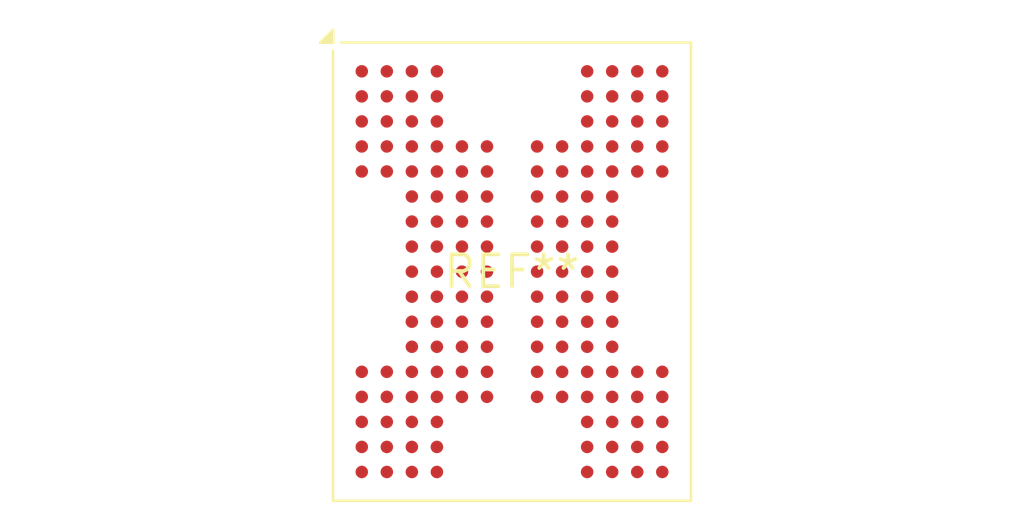
<source format=kicad_pcb>
(kicad_pcb (version 20240108) (generator pcbnew)
  (layers (0 "F.Cu" signal) (31 "B.Cu" signal) (34 "B.Paste" user) (35 "F.Paste" user) (36 "B.SilkS" user "B.Silkscreen") (37 "F.SilkS" user "F.Silkscreen") (38 "B.Mask" user) (39 "F.Mask" user) (44 "Edge.Cuts" user))
  (net 0 "")
  (footprint "BGA-152_14x18mm_Layout13x17_P0.5mm" (layer "F.Cu") (at 0 0)
    (property "Reference" "REF**")
    (property "Value" "BGA-152_14x18mm_Layout13x17_P0.5mm")
    (fp_line (start -7.15 9.15) (end -7.15 -8.83) (layer "F.SilkS") (stroke (width 0.1)))
    (fp_line (start -6.83 -9.15) (end 7.15 -9.15) (layer "F.SilkS") (stroke (width 0.1)))
    (fp_line (start 7.15 -9.15) (end 7.15 9.15) (layer "F.SilkS") (stroke (width 0.1)))
    (fp_line (start 7.15 9.15) (end -7.15 9.15) (layer "F.SilkS") (stroke (width 0.1)))
    (fp_poly (pts (xy -7.15 -9.15) (xy -7.65 -9.15) (xy -7.15 -9.65) (xy -7.15 -9.15)) (layer "F.SilkS") (stroke (width 0.12)) (fill solid))
    (pad "A1" smd circle (at -6 -8) (size 0.5 0.5) (property pad_prop_bga) (layers "F.Cu" "F.Paste" "F.Mask"))
    (pad "A2" smd circle (at -5 -8) (size 0.5 0.5) (property pad_prop_bga) (layers "F.Cu" "F.Paste" "F.Mask"))
    (pad "A3" smd circle (at -4 -8) (size 0.5 0.5) (property pad_prop_bga) (layers "F.Cu" "F.Paste" "F.Mask"))
    (pad "A4" smd circle (at -3 -8) (size 0.5 0.5) (property pad_prop_bga) (layers "F.Cu" "F.Paste" "F.Mask"))
    (pad "A10" smd circle (at 3 -8) (size 0.5 0.5) (property pad_prop_bga) (layers "F.Cu" "F.Paste" "F.Mask"))
    (pad "A11" smd circle (at 4 -8) (size 0.5 0.5) (property pad_prop_bga) (layers "F.Cu" "F.Paste" "F.Mask"))
    (pad "A12" smd circle (at 5 -8) (size 0.5 0.5) (property pad_prop_bga) (layers "F.Cu" "F.Paste" "F.Mask"))
    (pad "A13" smd circle (at 6 -8) (size 0.5 0.5) (property pad_prop_bga) (layers "F.Cu" "F.Paste" "F.Mask"))
    (pad "B1" smd circle (at -6 -7) (size 0.5 0.5) (property pad_prop_bga) (layers "F.Cu" "F.Paste" "F.Mask"))
    (pad "B2" smd circle (at -5 -7) (size 0.5 0.5) (property pad_prop_bga) (layers "F.Cu" "F.Paste" "F.Mask"))
    (pad "B3" smd circle (at -4 -7) (size 0.5 0.5) (property pad_prop_bga) (layers "F.Cu" "F.Paste" "F.Mask"))
    (pad "B4" smd circle (at -3 -7) (size 0.5 0.5) (property pad_prop_bga) (layers "F.Cu" "F.Paste" "F.Mask"))
    (pad "B10" smd circle (at 3 -7) (size 0.5 0.5) (property pad_prop_bga) (layers "F.Cu" "F.Paste" "F.Mask"))
    (pad "B11" smd circle (at 4 -7) (size 0.5 0.5) (property pad_prop_bga) (layers "F.Cu" "F.Paste" "F.Mask"))
    (pad "B12" smd circle (at 5 -7) (size 0.5 0.5) (property pad_prop_bga) (layers "F.Cu" "F.Paste" "F.Mask"))
    (pad "B13" smd circle (at 6 -7) (size 0.5 0.5) (property pad_prop_bga) (layers "F.Cu" "F.Paste" "F.Mask"))
    (pad "C1" smd circle (at -6 -6) (size 0.5 0.5) (property pad_prop_bga) (layers "F.Cu" "F.Paste" "F.Mask"))
    (pad "C2" smd circle (at -5 -6) (size 0.5 0.5) (property pad_prop_bga) (layers "F.Cu" "F.Paste" "F.Mask"))
    (pad "C3" smd circle (at -4 -6) (size 0.5 0.5) (property pad_prop_bga) (layers "F.Cu" "F.Paste" "F.Mask"))
    (pad "C4" smd circle (at -3 -6) (size 0.5 0.5) (property pad_prop_bga) (layers "F.Cu" "F.Paste" "F.Mask"))
    (pad "C10" smd circle (at 3 -6) (size 0.5 0.5) (property pad_prop_bga) (layers "F.Cu" "F.Paste" "F.Mask"))
    (pad "C11" smd circle (at 4 -6) (size 0.5 0.5) (property pad_prop_bga) (layers "F.Cu" "F.Paste" "F.Mask"))
    (pad "C12" smd circle (at 5 -6) (size 0.5 0.5) (property pad_prop_bga) (layers "F.Cu" "F.Paste" "F.Mask"))
    (pad "C13" smd circle (at 6 -6) (size 0.5 0.5) (property pad_prop_bga) (layers "F.Cu" "F.Paste" "F.Mask"))
    (pad "D1" smd circle (at -6 -5) (size 0.5 0.5) (property pad_prop_bga) (layers "F.Cu" "F.Paste" "F.Mask"))
    (pad "D2" smd circle (at -5 -5) (size 0.5 0.5) (property pad_prop_bga) (layers "F.Cu" "F.Paste" "F.Mask"))
    (pad "D3" smd circle (at -4 -5) (size 0.5 0.5) (property pad_prop_bga) (layers "F.Cu" "F.Paste" "F.Mask"))
    (pad "D4" smd circle (at -3 -5) (size 0.5 0.5) (property pad_prop_bga) (layers "F.Cu" "F.Paste" "F.Mask"))
    (pad "D5" smd circle (at -2 -5) (size 0.5 0.5) (property pad_prop_bga) (layers "F.Cu" "F.Paste" "F.Mask"))
    (pad "D6" smd circle (at -1 -5) (size 0.5 0.5) (property pad_prop_bga) (layers "F.Cu" "F.Paste" "F.Mask"))
    (pad "D8" smd circle (at 1 -5) (size 0.5 0.5) (property pad_prop_bga) (layers "F.Cu" "F.Paste" "F.Mask"))
    (pad "D9" smd circle (at 2 -5) (size 0.5 0.5) (property pad_prop_bga) (layers "F.Cu" "F.Paste" "F.Mask"))
    (pad "D10" smd circle (at 3 -5) (size 0.5 0.5) (property pad_prop_bga) (layers "F.Cu" "F.Paste" "F.Mask"))
    (pad "D11" smd circle (at 4 -5) (size 0.5 0.5) (property pad_prop_bga) (layers "F.Cu" "F.Paste" "F.Mask"))
    (pad "D12" smd circle (at 5 -5) (size 0.5 0.5) (property pad_prop_bga) (layers "F.Cu" "F.Paste" "F.Mask"))
    (pad "D13" smd circle (at 6 -5) (size 0.5 0.5) (property pad_prop_bga) (layers "F.Cu" "F.Paste" "F.Mask"))
    (pad "E1" smd circle (at -6 -4) (size 0.5 0.5) (property pad_prop_bga) (layers "F.Cu" "F.Paste" "F.Mask"))
    (pad "E2" smd circle (at -5 -4) (size 0.5 0.5) (property pad_prop_bga) (layers "F.Cu" "F.Paste" "F.Mask"))
    (pad "E3" smd circle (at -4 -4) (size 0.5 0.5) (property pad_prop_bga) (layers "F.Cu" "F.Paste" "F.Mask"))
    (pad "E4" smd circle (at -3 -4) (size 0.5 0.5) (property pad_prop_bga) (layers "F.Cu" "F.Paste" "F.Mask"))
    (pad "E5" smd circle (at -2 -4) (size 0.5 0.5) (property pad_prop_bga) (layers "F.Cu" "F.Paste" "F.Mask"))
    (pad "E6" smd circle (at -1 -4) (size 0.5 0.5) (property pad_prop_bga) (layers "F.Cu" "F.Paste" "F.Mask"))
    (pad "E8" smd circle (at 1 -4) (size 0.5 0.5) (property pad_prop_bga) (layers "F.Cu" "F.Paste" "F.Mask"))
    (pad "E9" smd circle (at 2 -4) (size 0.5 0.5) (property pad_prop_bga) (layers "F.Cu" "F.Paste" "F.Mask"))
    (pad "E10" smd circle (at 3 -4) (size 0.5 0.5) (property pad_prop_bga) (layers "F.Cu" "F.Paste" "F.Mask"))
    (pad "E11" smd circle (at 4 -4) (size 0.5 0.5) (property pad_prop_bga) (layers "F.Cu" "F.Paste" "F.Mask"))
    (pad "E12" smd circle (at 5 -4) (size 0.5 0.5) (property pad_prop_bga) (layers "F.Cu" "F.Paste" "F.Mask"))
    (pad "E13" smd circle (at 6 -4) (size 0.5 0.5) (property pad_prop_bga) (layers "F.Cu" "F.Paste" "F.Mask"))
    (pad "F3" smd circle (at -4 -3) (size 0.5 0.5) (property pad_prop_bga) (layers "F.Cu" "F.Paste" "F.Mask"))
    (pad "F4" smd circle (at -3 -3) (size 0.5 0.5) (property pad_prop_bga) (layers "F.Cu" "F.Paste" "F.Mask"))
    (pad "F5" smd circle (at -2 -3) (size 0.5 0.5) (property pad_prop_bga) (layers "F.Cu" "F.Paste" "F.Mask"))
    (pad "F6" smd circle (at -1 -3) (size 0.5 0.5) (property pad_prop_bga) (layers "F.Cu" "F.Paste" "F.Mask"))
    (pad "F8" smd circle (at 1 -3) (size 0.5 0.5) (property pad_prop_bga) (layers "F.Cu" "F.Paste" "F.Mask"))
    (pad "F9" smd circle (at 2 -3) (size 0.5 0.5) (property pad_prop_bga) (layers "F.Cu" "F.Paste" "F.Mask"))
    (pad "F10" smd circle (at 3 -3) (size 0.5 0.5) (property pad_prop_bga) (layers "F.Cu" "F.Paste" "F.Mask"))
    (pad "F11" smd circle (at 4 -3) (size 0.5 0.5) (property pad_prop_bga) (layers "F.Cu" "F.Paste" "F.Mask"))
    (pad "G3" smd circle (at -4 -2) (size 0.5 0.5) (property pad_prop_bga) (layers "F.Cu" "F.Paste" "F.Mask"))
    (pad "G4" smd circle (at -3 -2) (size 0.5 0.5) (property pad_prop_bga) (layers "F.Cu" "F.Paste" "F.Mask"))
    (pad "G5" smd circle (at -2 -2) (size 0.5 0.5) (property pad_prop_bga) (layers "F.Cu" "F.Paste" "F.Mask"))
    (pad "G6" smd circle (at -1 -2) (size 0.5 0.5) (property pad_prop_bga) (layers "F.Cu" "F.Paste" "F.Mask"))
    (pad "G8" smd circle (at 1 -2) (size 0.5 0.5) (property pad_prop_bga) (layers "F.Cu" "F.Paste" "F.Mask"))
    (pad "G9" smd circle (at 2 -2) (size 0.5 0.5) (property pad_prop_bga) (layers "F.Cu" "F.Paste" "F.Mask"))
    (pad "G10" smd circle (at 3 -2) (size 0.5 0.5) (property pad_prop_bga) (layers "F.Cu" "F.Paste" "F.Mask"))
    (pad "G11" smd circle (at 4 -2) (size 0.5 0.5) (property pad_prop_bga) (layers "F.Cu" "F.Paste" "F.Mask"))
    (pad "H3" smd circle (at -4 -1) (size 0.5 0.5) (property pad_prop_bga) (layers "F.Cu" "F.Paste" "F.Mask"))
    (pad "H4" smd circle (at -3 -1) (size 0.5 0.5) (property pad_prop_bga) (layers "F.Cu" "F.Paste" "F.Mask"))
    (pad "H5" smd circle (at -2 -1) (size 0.5 0.5) (property pad_prop_bga) (layers "F.Cu" "F.Paste" "F.Mask"))
    (pad "H6" smd circle (at -1 -1) (size 0.5 0.5) (property pad_prop_bga) (layers "F.Cu" "F.Paste" "F.Mask"))
    (pad "H8" smd circle (at 1 -1) (size 0.5 0.5) (property pad_prop_bga) (layers "F.Cu" "F.Paste" "F.Mask"))
    (pad "H9" smd circle (at 2 -1) (size 0.5 0.5) (property pad_prop_bga) (layers "F.Cu" "F.Paste" "F.Mask"))
    (pad "H10" smd circle (at 3 -1) (size 0.5 0.5) (property pad_prop_bga) (layers "F.Cu" "F.Paste" "F.Mask"))
    (pad "H11" smd circle (at 4 -1) (size 0.5 0.5) (property pad_prop_bga) (layers "F.Cu" "F.Paste" "F.Mask"))
    (pad "J3" smd circle (at -4 0) (size 0.5 0.5) (property pad_prop_bga) (layers "F.Cu" "F.Paste" "F.Mask"))
    (pad "J4" smd circle (at -3 0) (size 0.5 0.5) (property pad_prop_bga) (layers "F.Cu" "F.Paste" "F.Mask"))
    (pad "J5" smd circle (at -2 0) (size 0.5 0.5) (property pad_prop_bga) (layers "F.Cu" "F.Paste" "F.Mask"))
    (pad "J6" smd circle (at -1 0) (size 0.5 0.5) (property pad_prop_bga) (layers "F.Cu" "F.Paste" "F.Mask"))
    (pad "J8" smd circle (at 1 0) (size 0.5 0.5) (property pad_prop_bga) (layers "F.Cu" "F.Paste" "F.Mask"))
    (pad "J9" smd circle (at 2 0) (size 0.5 0.5) (property pad_prop_bga) (layers "F.Cu" "F.Paste" "F.Mask"))
    (pad "J10" smd circle (at 3 0) (size 0.5 0.5) (property pad_prop_bga) (layers "F.Cu" "F.Paste" "F.Mask"))
    (pad "J11" smd circle (at 4 0) (size 0.5 0.5) (property pad_prop_bga) (layers "F.Cu" "F.Paste" "F.Mask"))
    (pad "K3" smd circle (at -4 1) (size 0.5 0.5) (property pad_prop_bga) (layers "F.Cu" "F.Paste" "F.Mask"))
    (pad "K4" smd circle (at -3 1) (size 0.5 0.5) (property pad_prop_bga) (layers "F.Cu" "F.Paste" "F.Mask"))
    (pad "K5" smd circle (at -2 1) (size 0.5 0.5) (property pad_prop_bga) (layers "F.Cu" "F.Paste" "F.Mask"))
    (pad "K6" smd circle (at -1 1) (size 0.5 0.5) (property pad_prop_bga) (layers "F.Cu" "F.Paste" "F.Mask"))
    (pad "K8" smd circle (at 1 1) (size 0.5 0.5) (property pad_prop_bga) (layers "F.Cu" "F.Paste" "F.Mask"))
    (pad "K9" smd circle (at 2 1) (size 0.5 0.5) (property pad_prop_bga) (layers "F.Cu" "F.Paste" "F.Mask"))
    (pad "K10" smd circle (at 3 1) (size 0.5 0.5) (property pad_prop_bga) (layers "F.Cu" "F.Paste" "F.Mask"))
    (pad "K11" smd circle (at 4 1) (size 0.5 0.5) (property pad_prop_bga) (layers "F.Cu" "F.Paste" "F.Mask"))
    (pad "L3" smd circle (at -4 2) (size 0.5 0.5) (property pad_prop_bga) (layers "F.Cu" "F.Paste" "F.Mask"))
    (pad "L4" smd circle (at -3 2) (size 0.5 0.5) (property pad_prop_bga) (layers "F.Cu" "F.Paste" "F.Mask"))
    (pad "L5" smd circle (at -2 2) (size 0.5 0.5) (property pad_prop_bga) (layers "F.Cu" "F.Paste" "F.Mask"))
    (pad "L6" smd circle (at -1 2) (size 0.5 0.5) (property pad_prop_bga) (layers "F.Cu" "F.Paste" "F.Mask"))
    (pad "L8" smd circle (at 1 2) (size 0.5 0.5) (property pad_prop_bga) (layers "F.Cu" "F.Paste" "F.Mask"))
    (pad "L9" smd circle (at 2 2) (size 0.5 0.5) (property pad_prop_bga) (layers "F.Cu" "F.Paste" "F.Mask"))
    (pad "L10" smd circle (at 3 2) (size 0.5 0.5) (property pad_prop_bga) (layers "F.Cu" "F.Paste" "F.Mask"))
    (pad "L11" smd circle (at 4 2) (size 0.5 0.5) (property pad_prop_bga) (layers "F.Cu" "F.Paste" "F.Mask"))
    (pad "M3" smd circle (at -4 3) (size 0.5 0.5) (property pad_prop_bga) (layers "F.Cu" "F.Paste" "F.Mask"))
    (pad "M4" smd circle (at -3 3) (size 0.5 0.5) (property pad_prop_bga) (layers "F.Cu" "F.Paste" "F.Mask"))
    (pad "M5" smd circle (at -2 3) (size 0.5 0.5) (property pad_prop_bga) (layers "F.Cu" "F.Paste" "F.Mask"))
    (pad "M6" smd circle (at -1 3) (size 0.5 0.5) (property pad_prop_bga) (layers "F.Cu" "F.Paste" "F.Mask"))
    (pad "M8" smd circle (at 1 3) (size 0.5 0.5) (property pad_prop_bga) (layers "F.Cu" "F.Paste" "F.Mask"))
    (pad "M9" smd circle (at 2 3) (size 0.5 0.5) (property pad_prop_bga) (layers "F.Cu" "F.Paste" "F.Mask"))
    (pad "M10" smd circle (at 3 3) (size 0.5 0.5) (property pad_prop_bga) (layers "F.Cu" "F.Paste" "F.Mask"))
    (pad "M11" smd circle (at 4 3) (size 0.5 0.5) (property pad_prop_bga) (layers "F.Cu" "F.Paste" "F.Mask"))
    (pad "N1" smd circle (at -6 4) (size 0.5 0.5) (property pad_prop_bga) (layers "F.Cu" "F.Paste" "F.Mask"))
    (pad "N2" smd circle (at -5 4) (size 0.5 0.5) (property pad_prop_bga) (layers "F.Cu" "F.Paste" "F.Mask"))
    (pad "N3" smd circle (at -4 4) (size 0.5 0.5) (property pad_prop_bga) (layers "F.Cu" "F.Paste" "F.Mask"))
    (pad "N4" smd circle (at -3 4) (size 0.5 0.5) (property pad_prop_bga) (layers "F.Cu" "F.Paste" "F.Mask"))
    (pad "N5" smd circle (at -2 4) (size 0.5 0.5) (property pad_prop_bga) (layers "F.Cu" "F.Paste" "F.Mask"))
    (pad "N6" smd circle (at -1 4) (size 0.5 0.5) (property pad_prop_bga) (layers "F.Cu" "F.Paste" "F.Mask"))
    (pad "N8" smd circle (at 1 4) (size 0.5 0.5) (property pad_prop_bga) (layers "F.Cu" "F.Paste" "F.Mask"))
    (pad "N9" smd circle (at 2 4) (size 0.5 0.5) (property pad_prop_bga) (layers "F.Cu" "F.Paste" "F.Mask"))
    (pad "N10" smd circle (at 3 4) (size 0.5 0.5) (property pad_prop_bga) (layers "F.Cu" "F.Paste" "F.Mask"))
    (pad "N11" smd circle (at 4 4) (size 0.5 0.5) (property pad_prop_bga) (layers "F.Cu" "F.Paste" "F.Mask"))
    (pad "N12" smd circle (at 5 4) (size 0.5 0.5) (property pad_prop_bga) (layers "F.Cu" "F.Paste" "F.Mask"))
    (pad "N13" smd circle (at 6 4) (size 0.5 0.5) (property pad_prop_bga) (layers "F.Cu" "F.Paste" "F.Mask"))
    (pad "P1" smd circle (at -6 5) (size 0.5 0.5) (property pad_prop_bga) (layers "F.Cu" "F.Paste" "F.Mask"))
    (pad "P2" smd circle (at -5 5) (size 0.5 0.5) (property pad_prop_bga) (layers "F.Cu" "F.Paste" "F.Mask"))
    (pad "P3" smd circle (at -4 5) (size 0.5 0.5) (property pad_prop_bga) (layers "F.Cu" "F.Paste" "F.Mask"))
    (pad "P4" smd circle (at -3 5) (size 0.5 0.5) (property pad_prop_bga) (layers "F.Cu" "F.Paste" "F.Mask"))
    (pad "P5" smd circle (at -2 5) (size 0.5 0.5) (property pad_prop_bga) (layers "F.Cu" "F.Paste" "F.Mask"))
    (pad "P6" smd circle (at -1 5) (size 0.5 0.5) (property pad_prop_bga) (layers "F.Cu" "F.Paste" "F.Mask"))
    (pad "P8" smd circle (at 1 5) (size 0.5 0.5) (property pad_prop_bga) (layers "F.Cu" "F.Paste" "F.Mask"))
    (pad "P9" smd circle (at 2 5) (size 0.5 0.5) (property pad_prop_bga) (layers "F.Cu" "F.Paste" "F.Mask"))
    (pad "P10" smd circle (at 3 5) (size 0.5 0.5) (property pad_prop_bga) (layers "F.Cu" "F.Paste" "F.Mask"))
    (pad "P11" smd circle (at 4 5) (size 0.5 0.5) (property pad_prop_bga) (layers "F.Cu" "F.Paste" "F.Mask"))
    (pad "P12" smd circle (at 5 5) (size 0.5 0.5) (property pad_prop_bga) (layers "F.Cu" "F.Paste" "F.Mask"))
    (pad "P13" smd circle (at 6 5) (size 0.5 0.5) (property pad_prop_bga) (layers "F.Cu" "F.Paste" "F.Mask"))
    (pad "R1" smd circle (at -6 6) (size 0.5 0.5) (property pad_prop_bga) (layers "F.Cu" "F.Paste" "F.Mask"))
    (pad "R2" smd circle (at -5 6) (size 0.5 0.5) (property pad_prop_bga) (layers "F.Cu" "F.Paste" "F.Mask"))
    (pad "R3" smd circle (at -4 6) (size 0.5 0.5) (property pad_prop_bga) (layers "F.Cu" "F.Paste" "F.Mask"))
    (pad "R4" smd circle (at -3 6) (size 0.5 0.5) (property pad_prop_bga) (layers "F.Cu" "F.Paste" "F.Mask"))
    (pad "R10" smd circle (at 3 6) (size 0.5 0.5) (property pad_prop_bga) (layers "F.Cu" "F.Paste" "F.Mask"))
    (pad "R11" smd circle (at 4 6) (size 0.5 0.5) (property pad_prop_bga) (layers "F.Cu" "F.Paste" "F.Mask"))
    (pad "R12" smd circle (at 5 6) (size 0.5 0.5) (property pad_prop_bga) (layers "F.Cu" "F.Paste" "F.Mask"))
    (pad "R13" smd circle (at 6 6) (size 0.5 0.5) (property pad_prop_bga) (layers "F.Cu" "F.Paste" "F.Mask"))
    (pad "T1" smd circle (at -6 7) (size 0.5 0.5) (property pad_prop_bga) (layers "F.Cu" "F.Paste" "F.Mask"))
    (pad "T2" smd circle (at -5 7) (size 0.5 0.5) (property pad_prop_bga) (layers "F.Cu" "F.Paste" "F.Mask"))
    (pad "T3" smd circle (at -4 7) (size 0.5 0.5) (property pad_prop_bga) (layers "F.Cu" "F.Paste" "F.Mask"))
    (pad "T4" smd circle (at -3 7) (size 0.5 0.5) (property pad_prop_bga) (layers "F.Cu" "F.Paste" "F.Mask"))
    (pad "T10" smd circle (at 3 7) (size 0.5 0.5) (property pad_prop_bga) (layers "F.Cu" "F.Paste" "F.Mask"))
    (pad "T11" smd circle (at 4 7) (size 0.5 0.5) (property pad_prop_bga) (layers "F.Cu" "F.Paste" "F.Mask"))
    (pad "T12" smd circle (at 5 7) (size 0.5 0.5) (property pad_prop_bga) (layers "F.Cu" "F.Paste" "F.Mask"))
    (pad "T13" smd circle (at 6 7) (size 0.5 0.5) (property pad_prop_bga) (layers "F.Cu" "F.Paste" "F.Mask"))
    (pad "U1" smd circle (at -6 8) (size 0.5 0.5) (property pad_prop_bga) (layers "F.Cu" "F.Paste" "F.Mask"))
    (pad "U2" smd circle (at -5 8) (size 0.5 0.5) (property pad_prop_bga) (layers "F.Cu" "F.Paste" "F.Mask"))
    (pad "U3" smd circle (at -4 8) (size 0.5 0.5) (property pad_prop_bga) (layers "F.Cu" "F.Paste" "F.Mask"))
    (pad "U4" smd circle (at -3 8) (size 0.5 0.5) (property pad_prop_bga) (layers "F.Cu" "F.Paste" "F.Mask"))
    (pad "U10" smd circle (at 3 8) (size 0.5 0.5) (property pad_prop_bga) (layers "F.Cu" "F.Paste" "F.Mask"))
    (pad "U11" smd circle (at 4 8) (size 0.5 0.5) (property pad_prop_bga) (layers "F.Cu" "F.Paste" "F.Mask"))
    (pad "U12" smd circle (at 5 8) (size 0.5 0.5) (property pad_prop_bga) (layers "F.Cu" "F.Paste" "F.Mask"))
    (pad "U13" smd circle (at 6 8) (size 0.5 0.5) (property pad_prop_bga) (layers "F.Cu" "F.Paste" "F.Mask"))
  )
)
</source>
